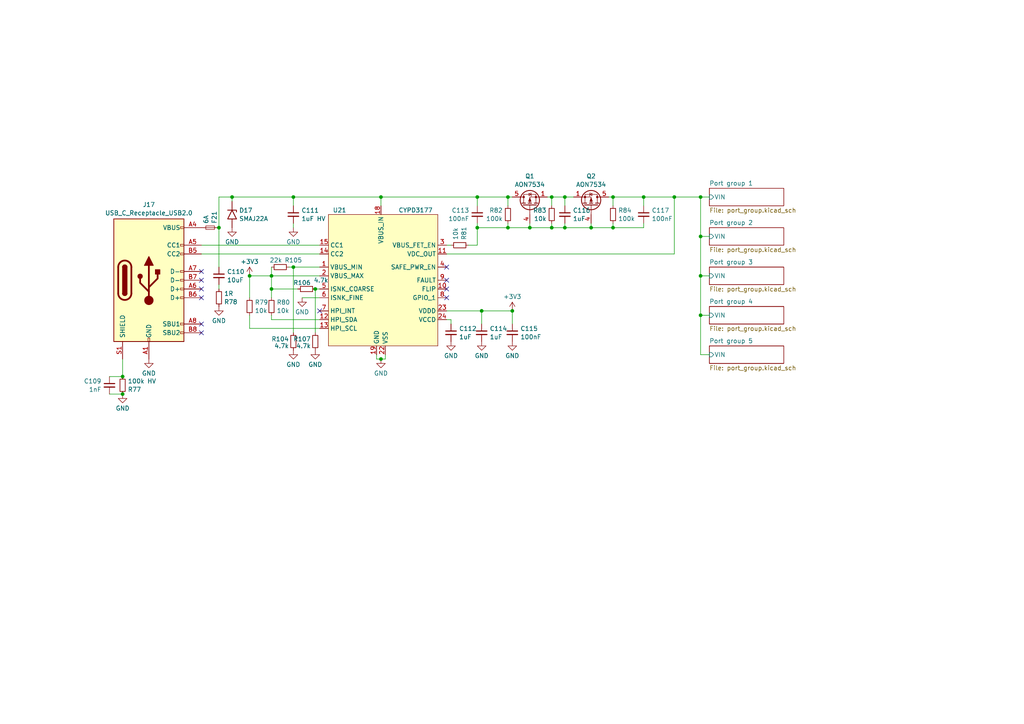
<source format=kicad_sch>
(kicad_sch (version 20230121) (generator eeschema)
  (paper "A4")
  (lib_symbols
    (symbol "Connector:USB_C_Receptacle_USB2.0" (pin_names (offset 1.016))
      (property "Reference" "J" (at -10.16 19.05 0))
      (property "Value" "USB_C_Receptacle_USB2.0" (at 19.05 19.05 0))
      (symbol "USB_C_Receptacle_USB2.0_0_0"
        (rectangle (start -0.254 -17.78) (end 0.254 -16.764))
        (rectangle (start 10.16 -14.986) (end 9.144 -15.494))
        (rectangle (start 10.16 -12.446) (end 9.144 -12.954))
        (rectangle (start 10.16 -4.826) (end 9.144 -5.334))
        (rectangle (start 10.16 -2.286) (end 9.144 -2.794))
        (rectangle (start 10.16 0.254) (end 9.144 -0.254))
        (rectangle (start 10.16 2.794) (end 9.144 2.286))
        (rectangle (start 10.16 7.874) (end 9.144 7.366))
        (rectangle (start 10.16 10.414) (end 9.144 9.906))
        (rectangle (start 10.16 15.494) (end 9.144 14.986))
      )
      (symbol "USB_C_Receptacle_USB2.0_0_1"
        (rectangle (start -10.16 17.78) (end 10.16 -17.78) (stroke (width 0.254)) (fill (type background)))
        (arc (start -8.89 -3.81) (mid -6.985 -5.7067) (end -5.08 -3.81) (stroke (width 0.508)))
        (arc (start -7.62 -3.81) (mid -6.985 -4.4423) (end -6.35 -3.81) (stroke (width 0.254)))
        (arc (start -7.62 -3.81) (mid -6.985 -4.4423) (end -6.35 -3.81) (stroke (width 0.254)) (fill (type outline)))
        (rectangle (start -7.62 -3.81) (end -6.35 3.81) (stroke (width 0.254)) (fill (type outline)))
        (arc (start -6.35 3.81) (mid -6.985 4.4423) (end -7.62 3.81) (stroke (width 0.254)))
        (arc (start -6.35 3.81) (mid -6.985 4.4423) (end -7.62 3.81) (stroke (width 0.254)) (fill (type outline)))
        (arc (start -5.08 3.81) (mid -6.985 5.7067) (end -8.89 3.81) (stroke (width 0.508)))
        (circle (center -2.54 1.143) (radius 0.635) (stroke (width 0.254)) (fill (type outline)))
        (circle (center 0 -5.842) (radius 1.27) (fill (type outline)))
        (polyline (pts (xy -8.89 -3.81) (xy -8.89 3.81)) (stroke (width 0.508)))
        (polyline (pts (xy -5.08 3.81) (xy -5.08 -3.81)) (stroke (width 0.508)))
        (polyline (pts (xy 0 -5.842) (xy 0 4.318)) (stroke (width 0.508)))
        (polyline (pts (xy 0 -3.302) (xy -2.54 -0.762) (xy -2.54 0.508)) (stroke (width 0.508)))
        (polyline (pts (xy 0 -2.032) (xy 2.54 0.508) (xy 2.54 1.778)) (stroke (width 0.508)))
        (polyline (pts (xy -1.27 4.318) (xy 0 6.858) (xy 1.27 4.318) (xy -1.27 4.318)) (stroke (width 0.254)) (fill (type outline)))
        (rectangle (start 1.905 1.778) (end 3.175 3.048) (stroke (width 0.254)) (fill (type outline)))
      )
      (symbol "USB_C_Receptacle_USB2.0_1_1"
        (pin passive line (at 0 -22.86 90) (length 5.08) (name "GND") (number "A1"))
        (pin passive line (at 0 -22.86 90) (length 5.08) hide (name "GND") (number "A12"))
        (pin passive line (at 15.24 15.24 180) (length 5.08) (name "VBUS") (number "A4"))
        (pin bidirectional line (at 15.24 10.16 180) (length 5.08) (name "CC1") (number "A5"))
        (pin bidirectional line (at 15.24 -2.54 180) (length 5.08) (name "D+") (number "A6"))
        (pin bidirectional line (at 15.24 2.54 180) (length 5.08) (name "D-") (number "A7"))
        (pin bidirectional line (at 15.24 -12.7 180) (length 5.08) (name "SBU1") (number "A8"))
        (pin passive line (at 15.24 15.24 180) (length 5.08) hide (name "VBUS") (number "A9"))
        (pin passive line (at 0 -22.86 90) (length 5.08) hide (name "GND") (number "B1"))
        (pin passive line (at 0 -22.86 90) (length 5.08) hide (name "GND") (number "B12"))
        (pin passive line (at 15.24 15.24 180) (length 5.08) hide (name "VBUS") (number "B4"))
        (pin bidirectional line (at 15.24 7.62 180) (length 5.08) (name "CC2") (number "B5"))
        (pin bidirectional line (at 15.24 -5.08 180) (length 5.08) (name "D+") (number "B6"))
        (pin bidirectional line (at 15.24 0 180) (length 5.08) (name "D-") (number "B7"))
        (pin bidirectional line (at 15.24 -15.24 180) (length 5.08) (name "SBU2") (number "B8"))
        (pin passive line (at 15.24 15.24 180) (length 5.08) hide (name "VBUS") (number "B9"))
        (pin passive line (at -7.62 -22.86 90) (length 5.08) (name "SHIELD") (number "S1"))
      )
    )
    (symbol "Device:C_Small" (pin_numbers hide) (pin_names (offset 0.254) hide)
      (property "Reference" "C" (at 0.254 1.778 0))
      (property "Value" "C_Small" (at 0.254 -2.032 0))
      (symbol "C_Small_0_1"
        (polyline (pts (xy -1.524 -0.508) (xy 1.524 -0.508)) (stroke (width 0.3302)))
        (polyline (pts (xy -1.524 0.508) (xy 1.524 0.508)) (stroke (width 0.3048)))
      )
      (symbol "C_Small_1_1"
        (pin passive line (at 0 2.54 270) (length 2.032) (name "~") (number "1"))
        (pin passive line (at 0 -2.54 90) (length 2.032) (name "~") (number "2"))
      )
    )
    (symbol "Device:Fuse_Small" (pin_numbers hide) (pin_names (offset 0.254) hide)
      (property "Reference" "F" (at 0 -1.524 0))
      (property "Value" "Fuse_Small" (at 0 1.524 0))
      (symbol "Fuse_Small_0_1"
        (rectangle (start -1.27 0.508) (end 1.27 -0.508))
        (polyline (pts (xy -1.27 0) (xy 1.27 0)))
      )
      (symbol "Fuse_Small_1_1"
        (pin passive line (at -2.54 0 0) (length 1.27) (name "~") (number "1"))
        (pin passive line (at 2.54 0 180) (length 1.27) (name "~") (number "2"))
      )
    )
    (symbol "Device:R_Small" (pin_numbers hide) (pin_names (offset 0.254) hide)
      (property "Reference" "R" (at 0.762 0.508 0))
      (property "Value" "R_Small" (at 0.762 -1.016 0))
      (symbol "R_Small_0_1"
        (rectangle (start -0.762 1.778) (end 0.762 -1.778) (stroke (width 0.2032)))
      )
      (symbol "R_Small_1_1"
        (pin passive line (at 0 2.54 270) (length 0.762) (name "~") (number "1"))
        (pin passive line (at 0 -2.54 90) (length 0.762) (name "~") (number "2"))
      )
    )
    (symbol "Diode:SMAJ22A" (pin_numbers hide) (pin_names (offset 1.016) hide)
      (property "Reference" "D" (at 0 2.54 0))
      (property "Value" "SMAJ22A" (at 0 -2.54 0))
      (symbol "SMAJ22A_0_1"
        (polyline (pts (xy -0.762 1.27) (xy -1.27 1.27) (xy -1.27 -1.27)) (stroke (width 0.254)))
        (polyline (pts (xy 1.27 1.27) (xy 1.27 -1.27) (xy -1.27 0) (xy 1.27 1.27)) (stroke (width 0.254)))
      )
      (symbol "SMAJ22A_1_1"
        (pin passive line (at -3.81 0 0) (length 2.54) (name "A1") (number "1"))
        (pin passive line (at 3.81 0 180) (length 2.54) (name "A2") (number "2"))
      )
    )
    (symbol "Power_Management_Cypress:CYPD3177"
      (property "Reference" "U" (at -13.97 20.32 0))
      (property "Value" "CYPD3177" (at 10.16 20.32 0))
      (symbol "CYPD3177_0_0"
        (pin input line (at -17.78 3.81 0) (length 2.54) (name "VBUS_MIN") (number "1"))
        (pin output line (at 19.05 -2.54 180) (length 2.54) (name "FLIP") (number "10"))
        (pin input line (at 19.05 7.62 180) (length 2.54) (name "VDC_OUT") (number "11"))
        (pin bidirectional line (at -17.78 -11.43 0) (length 2.54) (name "HPI_SDA") (number "12"))
        (pin input line (at -17.78 -13.97 0) (length 2.54) (name "HPI_SCL") (number "13"))
        (pin bidirectional line (at -17.78 7.62 0) (length 2.54) (name "CC2") (number "14"))
        (pin bidirectional line (at -17.78 10.16 0) (length 2.54) (name "CC1") (number "15"))
        (pin power_in line (at 0 21.59 270) (length 2.54) (name "VBUS_IN") (number "18"))
        (pin power_in line (at -1.27 -21.59 90) (length 2.54) (name "GND") (number "19"))
        (pin input line (at -17.78 1.27 0) (length 2.54) (name "VBUS_MAX") (number "2"))
        (pin power_in line (at 1.27 -21.59 90) (length 2.54) (name "VSS") (number "22"))
        (pin power_out line (at 19.05 -8.89 180) (length 2.54) (name "VDDD") (number "23"))
        (pin power_out line (at 19.05 -11.43 180) (length 2.54) (name "VCCD") (number "24"))
        (pin output line (at 19.05 10.16 180) (length 2.54) (name "VBUS_FET_EN") (number "3"))
        (pin output line (at 19.05 3.81 180) (length 2.54) (name "SAFE_PWR_EN") (number "4"))
        (pin input line (at -17.78 -2.54 0) (length 2.54) (name "ISNK_COARSE") (number "5"))
        (pin input line (at -17.78 -5.08 0) (length 2.54) (name "ISNK_FINE") (number "6"))
        (pin output line (at -17.78 -8.89 0) (length 2.54) (name "HPI_INT") (number "7"))
        (pin bidirectional line (at 19.05 -5.08 180) (length 2.54) (name "GPIO_1") (number "8"))
        (pin output line (at 19.05 0 180) (length 2.54) (name "FAULT") (number "9"))
      )
      (symbol "CYPD3177_1_0"
        (pin no_connect line (at 11.43 -21.59 90) (length 2.54) hide (name "D-") (number "16"))
        (pin no_connect line (at 13.97 -21.59 90) (length 2.54) hide (name "D+") (number "17"))
        (pin no_connect line (at 5.08 -21.59 90) (length 2.54) hide (name "DNU1") (number "20"))
        (pin no_connect line (at 7.62 -21.59 90) (length 2.54) hide (name "DNU2") (number "21"))
        (pin power_in line (at -1.27 -21.59 90) (length 2.54) hide (name "GND") (number "25"))
      )
      (symbol "CYPD3177_1_1"
        (rectangle (start -15.24 19.05) (end 16.51 -19.05) (fill (type background)))
      )
    )
    (symbol "Transistor_FET:AON6411" (pin_names hide)
      (property "Reference" "Q" (at 5.08 1.905 0))
      (property "Value" "AON6411" (at 5.08 0 0))
      (symbol "AON6411_0_1"
        (polyline (pts (xy 0.254 0) (xy -2.54 0)))
        (polyline (pts (xy 0.254 1.905) (xy 0.254 -1.905)) (stroke (width 0.254)))
        (polyline (pts (xy 0.762 -1.27) (xy 0.762 -2.286)) (stroke (width 0.254)))
        (polyline (pts (xy 0.762 0.508) (xy 0.762 -0.508)) (stroke (width 0.254)))
        (polyline (pts (xy 0.762 2.286) (xy 0.762 1.27)) (stroke (width 0.254)))
        (polyline (pts (xy 2.54 2.54) (xy 2.54 1.778)))
        (polyline (pts (xy 2.54 -2.54) (xy 2.54 0) (xy 0.762 0)))
        (polyline (pts (xy 0.762 1.778) (xy 3.302 1.778) (xy 3.302 -1.778) (xy 0.762 -1.778)))
        (polyline (pts (xy 2.286 0) (xy 1.27 0.381) (xy 1.27 -0.381) (xy 2.286 0)) (fill (type outline)))
        (polyline (pts (xy 2.794 -0.508) (xy 2.921 -0.381) (xy 3.683 -0.381) (xy 3.81 -0.254)))
        (polyline (pts (xy 3.302 -0.381) (xy 2.921 0.254) (xy 3.683 0.254) (xy 3.302 -0.381)))
        (circle (center 1.651 0) (radius 2.794) (stroke (width 0.254)))
        (circle (center 2.54 -1.778) (radius 0.254) (fill (type outline)))
        (circle (center 2.54 1.778) (radius 0.254) (fill (type outline)))
      )
      (symbol "AON6411_1_1"
        (pin passive line (at 2.54 -5.08 90) (length 2.54) (name "S") (number "1"))
        (pin passive line (at 2.54 -5.08 90) (length 2.54) hide (name "S") (number "2"))
        (pin passive line (at 2.54 -5.08 90) (length 2.54) hide (name "S") (number "3"))
        (pin input line (at -5.08 0 0) (length 2.54) (name "G") (number "4"))
        (pin passive line (at 2.54 5.08 270) (length 2.54) (name "D") (number "5"))
      )
    )
    (symbol "power:+3V3" (power) (pin_names (offset 0))
      (property "Value" "+3V3" (at 0 3.556 0))
      (symbol "+3V3_0_1"
        (polyline (pts (xy -0.762 1.27) (xy 0 2.54)))
        (polyline (pts (xy 0 0) (xy 0 2.54)))
        (polyline (pts (xy 0 2.54) (xy 0.762 1.27)))
      )
      (symbol "+3V3_1_1"
        (pin power_in line (at 0 0 90) (length 0) hide (name "+3V3") (number "1"))
      )
    )
    (symbol "power:GND" (power) (pin_names (offset 0))
      (property "Value" "GND" (at 0 -3.81 0))
      (symbol "GND_0_1"
        (polyline (pts (xy 0 0) (xy 0 -1.27) (xy 1.27 -1.27) (xy 0 -2.54) (xy -1.27 -1.27) (xy 0 -1.27)))
      )
      (symbol "GND_1_1"
        (pin power_in line (at 0 0 270) (length 0) hide (name "GND") (number "1"))
      )
    )
  )
  (junction (at 177.8 66.04))
  (junction (at 91.44 83.82))
  (junction (at 72.39 80.01))
  (junction (at 148.59 90.17))
  (junction (at 35.56 114.3))
  (junction (at 203.2 80.01))
  (junction (at 171.45 66.04))
  (junction (at 78.74 83.82))
  (junction (at 203.2 57.15))
  (junction (at 138.43 57.15))
  (junction (at 110.49 57.15))
  (junction (at 85.09 77.47))
  (junction (at 203.2 68.58))
  (junction (at 203.2 91.44))
  (junction (at 186.69 57.15))
  (junction (at 138.43 66.04))
  (junction (at 78.74 80.01))
  (junction (at 67.31 57.15))
  (junction (at 110.49 104.14))
  (junction (at 147.32 57.15))
  (junction (at 35.56 109.22))
  (junction (at 160.02 66.04))
  (junction (at 153.67 66.04))
  (junction (at 195.58 57.15))
  (junction (at 85.09 57.15))
  (junction (at 163.83 57.15))
  (junction (at 147.32 66.04))
  (junction (at 139.7 90.17))
  (junction (at 160.02 57.15))
  (junction (at 177.8 57.15))
  (junction (at 63.5 66.04))
  (junction (at 163.83 66.04))
  (no_connect (at 58.42 93.98))
  (no_connect (at 58.42 86.36))
  (no_connect (at 129.54 86.36))
  (no_connect (at 129.54 81.28))
  (no_connect (at 129.54 77.47))
  (no_connect (at 92.71 90.17))
  (no_connect (at 58.42 83.82))
  (no_connect (at 58.42 78.74))
  (no_connect (at 58.42 96.52))
  (no_connect (at 129.54 83.82))
  (no_connect (at 58.42 81.28))
  (wire (pts (xy 85.09 57.15) (xy 110.49 57.15)))
  (wire (pts (xy 85.09 77.47) (xy 85.09 96.52)))
  (wire (pts (xy 203.2 57.15) (xy 205.74 57.15)))
  (wire (pts (xy 72.39 80.01) (xy 78.74 80.01)))
  (wire (pts (xy 83.82 77.47) (xy 85.09 77.47)))
  (wire (pts (xy 78.74 83.82) (xy 86.36 83.82)))
  (wire (pts (xy 147.32 57.15) (xy 138.43 57.15)))
  (wire (pts (xy 195.58 57.15) (xy 203.2 57.15)))
  (wire (pts (xy 110.49 104.14) (xy 111.76 104.14)))
  (wire (pts (xy 147.32 66.04) (xy 147.32 64.77)))
  (wire (pts (xy 153.67 66.04) (xy 147.32 66.04)))
  (wire (pts (xy 111.76 104.14) (xy 111.76 102.87)))
  (wire (pts (xy 163.83 57.15) (xy 163.83 59.69)))
  (wire (pts (xy 91.44 83.82) (xy 91.44 96.52)))
  (wire (pts (xy 186.69 66.04) (xy 177.8 66.04)))
  (wire (pts (xy 129.54 90.17) (xy 139.7 90.17)))
  (wire (pts (xy 129.54 73.66) (xy 195.58 73.66)))
  (wire (pts (xy 160.02 57.15) (xy 160.02 59.69)))
  (wire (pts (xy 147.32 57.15) (xy 147.32 59.69)))
  (wire (pts (xy 171.45 64.77) (xy 171.45 66.04)))
  (wire (pts (xy 58.42 71.12) (xy 92.71 71.12)))
  (wire (pts (xy 31.75 109.22) (xy 35.56 109.22)))
  (wire (pts (xy 67.31 57.15) (xy 85.09 57.15)))
  (wire (pts (xy 67.31 57.15) (xy 63.5 57.15)))
  (wire (pts (xy 129.54 71.12) (xy 130.81 71.12)))
  (wire (pts (xy 31.75 114.3) (xy 35.56 114.3)))
  (wire (pts (xy 203.2 80.01) (xy 203.2 91.44)))
  (wire (pts (xy 67.31 57.15) (xy 67.31 58.42)))
  (wire (pts (xy 78.74 80.01) (xy 78.74 83.82)))
  (wire (pts (xy 78.74 77.47) (xy 78.74 80.01)))
  (wire (pts (xy 129.54 92.71) (xy 130.81 92.71)))
  (wire (pts (xy 195.58 73.66) (xy 195.58 57.15)))
  (wire (pts (xy 135.89 71.12) (xy 138.43 71.12)))
  (wire (pts (xy 85.09 57.15) (xy 85.09 59.69)))
  (wire (pts (xy 163.83 66.04) (xy 163.83 64.77)))
  (wire (pts (xy 177.8 66.04) (xy 171.45 66.04)))
  (wire (pts (xy 130.81 92.71) (xy 130.81 93.98)))
  (wire (pts (xy 110.49 59.69) (xy 110.49 57.15)))
  (wire (pts (xy 203.2 91.44) (xy 203.2 102.87)))
  (wire (pts (xy 78.74 83.82) (xy 78.74 86.36)))
  (wire (pts (xy 109.22 102.87) (xy 109.22 104.14)))
  (wire (pts (xy 92.71 95.25) (xy 72.39 95.25)))
  (wire (pts (xy 148.59 57.15) (xy 147.32 57.15)))
  (wire (pts (xy 35.56 104.14) (xy 35.56 109.22)))
  (wire (pts (xy 138.43 66.04) (xy 138.43 64.77)))
  (wire (pts (xy 92.71 92.71) (xy 78.74 92.71)))
  (wire (pts (xy 176.53 57.15) (xy 177.8 57.15)))
  (wire (pts (xy 160.02 66.04) (xy 163.83 66.04)))
  (wire (pts (xy 203.2 57.15) (xy 203.2 68.58)))
  (wire (pts (xy 153.67 64.77) (xy 153.67 66.04)))
  (wire (pts (xy 138.43 71.12) (xy 138.43 66.04)))
  (wire (pts (xy 72.39 80.01) (xy 72.39 86.36)))
  (wire (pts (xy 78.74 92.71) (xy 78.74 91.44)))
  (wire (pts (xy 160.02 57.15) (xy 163.83 57.15)))
  (wire (pts (xy 63.5 57.15) (xy 63.5 66.04)))
  (wire (pts (xy 139.7 90.17) (xy 139.7 93.98)))
  (wire (pts (xy 186.69 64.77) (xy 186.69 66.04)))
  (wire (pts (xy 163.83 57.15) (xy 166.37 57.15)))
  (wire (pts (xy 138.43 57.15) (xy 138.43 59.69)))
  (wire (pts (xy 160.02 66.04) (xy 160.02 64.77)))
  (wire (pts (xy 153.67 66.04) (xy 160.02 66.04)))
  (wire (pts (xy 177.8 57.15) (xy 186.69 57.15)))
  (wire (pts (xy 78.74 80.01) (xy 92.71 80.01)))
  (wire (pts (xy 203.2 102.87) (xy 205.74 102.87)))
  (wire (pts (xy 63.5 66.04) (xy 63.5 77.47)))
  (wire (pts (xy 177.8 64.77) (xy 177.8 66.04)))
  (wire (pts (xy 85.09 64.77) (xy 85.09 66.04)))
  (wire (pts (xy 91.44 83.82) (xy 92.71 83.82)))
  (wire (pts (xy 58.42 73.66) (xy 92.71 73.66)))
  (wire (pts (xy 203.2 80.01) (xy 205.74 80.01)))
  (wire (pts (xy 148.59 90.17) (xy 148.59 93.98)))
  (wire (pts (xy 171.45 66.04) (xy 163.83 66.04)))
  (wire (pts (xy 203.2 68.58) (xy 205.74 68.58)))
  (wire (pts (xy 63.5 82.55) (xy 63.5 83.82)))
  (wire (pts (xy 203.2 68.58) (xy 203.2 80.01)))
  (wire (pts (xy 85.09 77.47) (xy 92.71 77.47)))
  (wire (pts (xy 203.2 91.44) (xy 205.74 91.44)))
  (wire (pts (xy 186.69 59.69) (xy 186.69 57.15)))
  (wire (pts (xy 110.49 104.14) (xy 109.22 104.14)))
  (wire (pts (xy 158.75 57.15) (xy 160.02 57.15)))
  (wire (pts (xy 87.63 86.36) (xy 92.71 86.36)))
  (wire (pts (xy 110.49 57.15) (xy 138.43 57.15)))
  (wire (pts (xy 195.58 57.15) (xy 186.69 57.15)))
  (wire (pts (xy 147.32 66.04) (xy 138.43 66.04)))
  (wire (pts (xy 177.8 59.69) (xy 177.8 57.15)))
  (wire (pts (xy 72.39 95.25) (xy 72.39 91.44)))
  (wire (pts (xy 139.7 90.17) (xy 148.59 90.17)))
  (symbol (lib_id "Device:C_Small") (at 31.75 111.76 0) (mirror y) (unit 1)
    (property "Reference" "C109" (at 29.4259 110.5542 0) (effects (justify left)))
    (property "Value" "1nF" (at 29.4259 112.9784 0) (effects (justify left)))
    (property "Footprint" "Capacitor_SMD:C_1206_3216Metric" (effects hide))
    (property "LCSC" "C9196" (effects hide))
  )
  (symbol (lib_id "Device:R_Small") (at 91.44 99.06 0) (mirror x) (unit 1)
    (property "Reference" "R107" (at 90.17 99.06 0) (effects (justify right top)))
    (property "Value" "4.7k" (at 90.17 100.33 0) (effects (justify right)))
    (property "Footprint" "Resistor_SMD:R_0402_1005Metric" (effects hide))
    (property "LCSC" "C25900" (effects hide))
  )
  (symbol (lib_id "power:GND") (at 139.7 99.06 0) (unit 1)
    (property "Reference" "#PWR0160" (effects hide))
    (property "Value" "GND" (at 139.7 103.1931 0))
  )
  (symbol (lib_id "power:GND") (at 130.81 99.06 0) (unit 1)
    (property "Reference" "#PWR0159" (effects hide))
    (property "Value" "GND" (at 130.81 103.1931 0))
  )
  (symbol (lib_id "Diode:SMAJ22A") (at 67.31 62.23 270) (unit 1)
    (property "Reference" "D17" (at 69.342 61.0179 90) (effects (justify left)))
    (property "Value" "SMAJ22A" (at 69.342 63.4421 90) (effects (justify left)))
    (property "Footprint" "Diode_SMD:D_SMA" (effects hide))
    (property "Datasheet" "https://www.littelfuse.com/media?resourcetype=datasheets&itemid=75e32973-b177-4ee3-a0ff-cedaf1abdb93&filename=smaj-datasheet" (effects hide))
    (property "LCSC" "C309875" (effects hide))
  )
  (symbol (lib_id "Device:C_Small") (at 63.5 80.01 0) (unit 1)
    (property "Reference" "C110" (at 65.8241 78.8042 0) (effects (justify left)))
    (property "Value" "10uF" (at 65.8241 81.2284 0) (effects (justify left)))
    (property "Footprint" "Capacitor_SMD:C_0805_2012Metric" (effects hide))
    (property "LCSC" "C440198" (effects hide))
  )
  (symbol (lib_id "Transistor_FET:AON6411") (at 171.45 59.69 270) (mirror x) (unit 1)
    (property "Reference" "Q2" (at 171.45 51.1007 90))
    (property "Value" "AON7534" (at 171.45 53.5249 90))
    (property "Footprint" "Package_DFN_FET:DFN-8-FET_3x3mm_P0.65mm" (effects hide))
    (property "Datasheet" "https://datasheet.lcsc.com/szlcsc/1806150325_Alpha-Omega-Semicon-AON7534_C115844.pdf" (effects hide))
    (property "LCSC" "C115844" (effects hide))
  )
  (symbol (lib_id "Power_Management_Cypress:CYPD3177") (at 110.49 81.28 0) (unit 1)
    (property "Reference" "U21" (at 96.52 60.96 0) (effects (justify left)))
    (property "Value" "CYPD3177" (at 115.57 60.96 0) (effects (justify left)))
    (property "Footprint" "Package_DFN_QFN:QFN-24-1EP_4x4mm_P0.5mm_EP2.7x2.7mm" (effects hide))
    (property "Datasheet" "https://www.infineon.com/dgdl/Infineon-EZ-PD_BCR_Datasheet_USB_Type-C_Port_Controller_for_Power_Sinks-DataSheet-v03_00-EN.pdf?fileId=8ac78c8c7d0d8da4017d0ee7ce9d70ad" (effects hide))
    (property "LCSC" "C2959321" (effects hide))
  )
  (symbol (lib_id "Device:R_Small") (at 72.39 88.9 0) (unit 1)
    (property "Reference" "R79" (at 73.8886 87.6879 0) (effects (justify left)))
    (property "Value" "10k" (at 73.8886 90.1121 0) (effects (justify left)))
    (property "Footprint" "Resistor_SMD:R_0402_1005Metric" (effects hide))
    (property "LCSC" "C25744" (effects hide))
  )
  (symbol (lib_id "Device:R_Small") (at 177.8 62.23 0) (unit 1)
    (property "Reference" "R84" (at 179.2986 61.0179 0) (effects (justify left)))
    (property "Value" "100k" (at 179.2986 63.4421 0) (effects (justify left)))
    (property "Footprint" "Resistor_SMD:R_0402_1005Metric" (effects hide))
    (property "LCSC" "C25741" (effects hide))
  )
  (symbol (lib_id "Device:C_Small") (at 138.43 62.23 0) (mirror y) (unit 1)
    (property "Reference" "C113" (at 136.1059 61.0242 0) (effects (justify left)))
    (property "Value" "100nF" (at 136.1059 63.4484 0) (effects (justify left)))
    (property "Footprint" "Capacitor_SMD:C_0402_1005Metric" (effects hide))
    (property "LCSC" "C1525" (effects hide))
  )
  (symbol (lib_id "power:+3V3") (at 148.59 90.17 0) (unit 1)
    (property "Reference" "#PWR0161" (effects hide))
    (property "Value" "+3V3" (at 148.59 86.0369 0))
  )
  (symbol (lib_id "Device:Fuse_Small") (at 60.96 66.04 0) (mirror x) (unit 1)
    (property "Reference" "F21" (at 62.1721 64.897 90) (effects (justify right)))
    (property "Value" "6A" (at 59.7479 64.897 90) (effects (justify right)))
    (property "Footprint" "Fuse:Fuse_1206_3216Metric" (effects hide))
    (property "LCSC" "C183161" (effects hide))
  )
  (symbol (lib_id "Device:R_Small") (at 78.74 88.9 0) (unit 1)
    (property "Reference" "R80" (at 80.2386 87.6879 0) (effects (justify left)))
    (property "Value" "10k" (at 80.2386 90.1121 0) (effects (justify left)))
    (property "Footprint" "Resistor_SMD:R_0402_1005Metric" (effects hide))
    (property "LCSC" "C25744" (effects hide))
  )
  (symbol (lib_id "power:GND") (at 85.09 101.6 0) (unit 1)
    (property "Reference" "#PWR0154" (effects hide))
    (property "Value" "GND" (at 85.09 105.7331 0))
  )
  (symbol (lib_id "Device:C_Small") (at 85.09 62.23 0) (unit 1)
    (property "Reference" "C111" (at 87.4141 61.0242 0) (effects (justify left)))
    (property "Value" "1uF HV" (at 87.4141 63.4484 0) (effects (justify left)))
    (property "Footprint" "Capacitor_SMD:C_0603_1608Metric" (effects hide))
    (property "LCSC" "C15849" (effects hide))
  )
  (symbol (lib_id "power:GND") (at 110.49 104.14 0) (unit 1)
    (property "Reference" "#PWR0158" (effects hide))
    (property "Value" "GND" (at 110.49 108.2731 0))
  )
  (symbol (lib_id "Device:R_Small") (at 160.02 62.23 0) (mirror y) (unit 1)
    (property "Reference" "R83" (at 158.5214 61.0179 0) (effects (justify left)))
    (property "Value" "10k" (at 158.5214 63.4421 0) (effects (justify left)))
    (property "Footprint" "Resistor_SMD:R_0402_1005Metric" (effects hide))
    (property "LCSC" "C25744" (effects hide))
  )
  (symbol (lib_id "Device:R_Small") (at 88.9 83.82 270) (unit 1)
    (property "Reference" "R106" (at 90.17 81.28 90) (effects (justify right top)))
    (property "Value" "4.7k" (at 95.25 81.28 90) (effects (justify right)))
    (property "Footprint" "Resistor_SMD:R_0402_1005Metric" (effects hide))
    (property "LCSC" "C25900" (effects hide))
  )
  (symbol (lib_id "power:GND") (at 63.5 88.9 0) (unit 1)
    (property "Reference" "#PWR0151" (effects hide))
    (property "Value" "GND" (at 63.5 93.0331 0))
  )
  (symbol (lib_id "power:GND") (at 148.59 99.06 0) (unit 1)
    (property "Reference" "#PWR0162" (effects hide))
    (property "Value" "GND" (at 148.59 103.1931 0))
  )
  (symbol (lib_id "power:GND") (at 91.44 101.6 0) (unit 1)
    (property "Reference" "#PWR0157" (effects hide))
    (property "Value" "GND" (at 91.44 105.7331 0))
  )
  (symbol (lib_id "Device:R_Small") (at 81.28 77.47 90) (mirror x) (unit 1)
    (property "Reference" "R105" (at 85.09 76.2 90) (effects (justify bottom)))
    (property "Value" "22k" (at 80.01 76.2 90) (effects (justify bottom)))
    (property "Footprint" "Resistor_SMD:R_0402_1005Metric" (effects hide))
    (property "LCSC" "C25768" (effects hide))
  )
  (symbol (lib_id "Device:C_Small") (at 163.83 62.23 0) (unit 1)
    (property "Reference" "C116" (at 166.1541 61.0242 0) (effects (justify left)))
    (property "Value" "1uF" (at 166.1541 63.4484 0) (effects (justify left)))
    (property "Footprint" "Capacitor_SMD:C_0402_1005Metric" (effects hide))
    (property "LCSC" "C52923" (effects hide))
  )
  (symbol (lib_id "Device:R_Small") (at 35.56 111.76 0) (mirror y) (unit 1)
    (property "Reference" "R77" (at 37.0586 112.9721 0) (effects (justify right)))
    (property "Value" "100k HV" (at 37.0586 110.5479 0) (effects (justify right)))
    (property "Footprint" "Resistor_SMD:R_1206_3216Metric" (effects hide))
    (property "LCSC" "C17900" (effects hide))
  )
  (symbol (lib_id "power:GND") (at 67.31 66.04 0) (unit 1)
    (property "Reference" "#PWR0152" (effects hide))
    (property "Value" "GND" (at 67.31 70.1731 0))
  )
  (symbol (lib_id "Device:R_Small") (at 63.5 86.36 0) (mirror y) (unit 1)
    (property "Reference" "R78" (at 64.9986 87.5721 0) (effects (justify right)))
    (property "Value" "1R" (at 64.9986 85.1479 0) (effects (justify right)))
    (property "Footprint" "Resistor_SMD:R_0805_2012Metric" (effects hide))
    (property "LCSC" "C25271" (effects hide))
  )
  (symbol (lib_id "Device:R_Small") (at 147.32 62.23 0) (mirror y) (unit 1)
    (property "Reference" "R82" (at 145.8214 61.0179 0) (effects (justify left)))
    (property "Value" "100k" (at 145.8214 63.4421 0) (effects (justify left)))
    (property "Footprint" "Resistor_SMD:R_0402_1005Metric" (effects hide))
    (property "LCSC" "C25741" (effects hide))
  )
  (symbol (lib_id "power:GND") (at 35.56 114.3 0) (unit 1)
    (property "Reference" "#PWR0149" (effects hide))
    (property "Value" "GND" (at 35.56 118.4331 0))
  )
  (symbol (lib_id "Device:R_Small") (at 133.35 71.12 270) (mirror x) (unit 1)
    (property "Reference" "R81" (at 134.5621 69.6214 0) (effects (justify left)))
    (property "Value" "10k" (at 132.1379 69.6214 0) (effects (justify left)))
    (property "Footprint" "Resistor_SMD:R_0402_1005Metric" (effects hide))
    (property "LCSC" "C25744" (effects hide))
  )
  (symbol (lib_id "Device:R_Small") (at 85.09 99.06 0) (mirror x) (unit 1)
    (property "Reference" "R104" (at 83.82 99.06 0) (effects (justify right top)))
    (property "Value" "4.7k" (at 83.82 100.33 0) (effects (justify right)))
    (property "Footprint" "Resistor_SMD:R_0402_1005Metric" (effects hide))
    (property "LCSC" "C25900" (effects hide))
  )
  (symbol (lib_id "Device:C_Small") (at 148.59 96.52 0) (unit 1)
    (property "Reference" "C115" (at 150.9141 95.3142 0) (effects (justify left)))
    (property "Value" "100nF" (at 150.9141 97.7384 0) (effects (justify left)))
    (property "Footprint" "Capacitor_SMD:C_0402_1005Metric" (effects hide))
    (property "LCSC" "C1525" (effects hide))
  )
  (symbol (lib_id "Device:C_Small") (at 186.69 62.23 0) (unit 1)
    (property "Reference" "C117" (at 189.0141 61.0242 0) (effects (justify left)))
    (property "Value" "100nF" (at 189.0141 63.4484 0) (effects (justify left)))
    (property "Footprint" "Capacitor_SMD:C_0402_1005Metric" (effects hide))
    (property "LCSC" "C1525" (effects hide))
  )
  (symbol (lib_id "power:+3V3") (at 72.39 80.01 0) (unit 1)
    (property "Reference" "#PWR0153" (effects hide))
    (property "Value" "+3V3" (at 72.39 75.8769 0))
  )
  (symbol (lib_id "Device:C_Small") (at 130.81 96.52 0) (unit 1)
    (property "Reference" "C112" (at 133.1341 95.3142 0) (effects (justify left)))
    (property "Value" "1uF" (at 133.1341 97.7384 0) (effects (justify left)))
    (property "Footprint" "Capacitor_SMD:C_0402_1005Metric" (effects hide))
    (property "LCSC" "C52923" (effects hide))
  )
  (symbol (lib_id "power:GND") (at 87.63 86.36 0) (unit 1)
    (property "Reference" "#PWR0156" (effects hide))
    (property "Value" "GND" (at 87.63 90.4931 0))
  )
  (symbol (lib_id "Transistor_FET:AON6411") (at 153.67 59.69 90) (unit 1)
    (property "Reference" "Q1" (at 153.67 51.1007 90))
    (property "Value" "AON7534" (at 153.67 53.5249 90))
    (property "Footprint" "Package_DFN_FET:DFN-8-FET_3x3mm_P0.65mm" (effects hide))
    (property "Datasheet" "https://datasheet.lcsc.com/szlcsc/1806150325_Alpha-Omega-Semicon-AON7534_C115844.pdf" (effects hide))
    (property "LCSC" "C115844" (effects hide))
  )
  (symbol (lib_id "Connector:USB_C_Receptacle_USB2.0") (at 43.18 81.28 0) (unit 1)
    (property "Reference" "J17" (at 43.18 59.3557 0))
    (property "Value" "USB_C_Receptacle_USB2.0" (at 43.18 61.7799 0))
    (property "Footprint" "Connector_USB:USB_C_Receptacle_Palconn_UTC16-G" (effects hide))
    (property "Datasheet" "https://www.usb.org/sites/default/files/documents/usb_type-c.zip" (effects hide))
    (property "LCSC" "C167321" (effects hide))
  )
  (symbol (lib_id "power:GND") (at 43.18 104.14 0) (unit 1)
    (property "Reference" "#PWR0150" (effects hide))
    (property "Value" "GND" (at 43.18 108.2731 0))
  )
  (symbol (lib_id "Device:C_Small") (at 139.7 96.52 0) (unit 1)
    (property "Reference" "C114" (at 142.0241 95.3142 0) (effects (justify left)))
    (property "Value" "1uF" (at 142.0241 97.7384 0) (effects (justify left)))
    (property "Footprint" "Capacitor_SMD:C_0402_1005Metric" (effects hide))
    (property "LCSC" "C52923" (effects hide))
  )
  (symbol (lib_id "power:GND") (at 85.09 66.04 0) (unit 1)
    (property "Reference" "#PWR0155" (effects hide))
    (property "Value" "GND" (at 85.09 70.1731 0))
  )
  (sheet (at 205.74 66.04) (size 21.59 5.08) (stroke (width 0.1524))
    (property "Sheetname" "Port group 2" (at 205.74 65.3284 0) (effects (justify left bottom)))
    (property "Sheetfile" "port_group.kicad_sch" (at 205.74 71.7046 0) (effects (justify left top)))
    (pin "VIN" input (at 205.74 68.58 180))
  )
  (sheet (at 205.74 88.9) (size 21.59 5.08) (stroke (width 0.1524))
    (property "Sheetname" "Port group 4" (at 205.74 88.1884 0) (effects (justify left bottom)))
    (property "Sheetfile" "port_group.kicad_sch" (at 205.74 94.5646 0) (effects (justify left top)))
    (pin "VIN" input (at 205.74 91.44 180))
  )
  (sheet (at 205.74 54.61) (size 21.59 5.08) (stroke (width 0.1524))
    (property "Sheetname" "Port group 1" (at 205.74 53.8984 0) (effects (justify left bottom)))
    (property "Sheetfile" "port_group.kicad_sch" (at 205.74 60.2746 0) (effects (justify left top)))
    (pin "VIN" input (at 205.74 57.15 180))
  )
  (sheet (at 205.74 100.33) (size 21.59 5.08) (stroke (width 0.1524))
    (property "Sheetname" "Port group 5" (at 205.74 99.6184 0) (effects (justify left bottom)))
    (property "Sheetfile" "port_group.kicad_sch" (at 205.74 105.9946 0) (effects (justify left top)))
    (pin "VIN" input (at 205.74 102.87 180))
  )
  (sheet (at 205.74 77.47) (size 21.59 5.08) (stroke (width 0.1524))
    (property "Sheetname" "Port group 3" (at 205.74 76.7584 0) (effects (justify left bottom)))
    (property "Sheetfile" "port_group.kicad_sch" (at 205.74 83.1346 0) (effects (justify left top)))
    (pin "VIN" input (at 205.74 80.01 180))
  )
)
</source>
